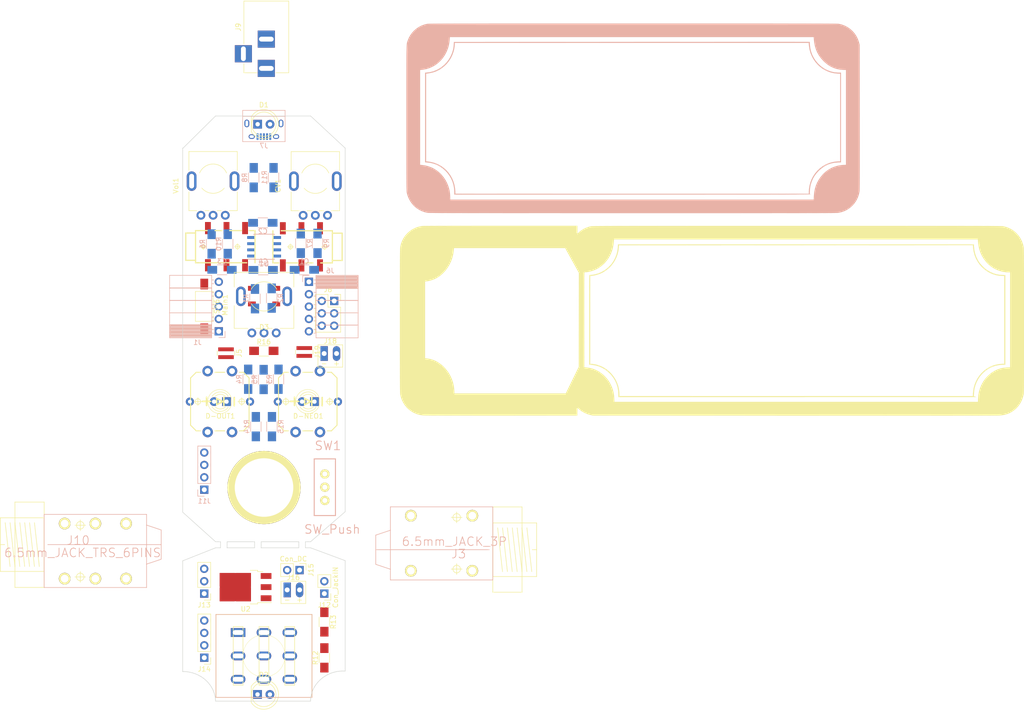
<source format=kicad_pcb>
(kicad_pcb (version 4) (host pcbnew 4.0.7-e0-6372~58~ubuntu16.04.1)
  (layers (0 F.Cu signal) (31 B.Cu signal) (34 B.Paste user) (35 F.Paste user) (36 B.SilkS user) (37 F.SilkS user) (38 B.Mask user) (39 F.Mask user) (44 Edge.Cuts user))
  (net 0 "")
  (net 1 VCC)
  (net 2 GND)
  (net 3 CV_OUT)
  (net 4 CV_IN)
  (net 5 Sound_OUT)
  (net 6 Sync_OUT)
  (net 7 "Net-(J5-Pad1)")
  (net 8 "Net-(D1-Pad1)")
  (net 9 "Net-(SW5-Pad3)")
  (net 10 "Net-(D-NEO1-Pad2)")
  (net 11 "Net-(D-OUT1-Pad2)")
  (net 12 "Net-(D2-Pad1)")
  (net 13 "Net-(R12-Pad1)")
  (net 14 "Net-(R13-Pad1)")
  (net 15 PB3)
  (net 16 Sound_IN)
  (net 17 PB0)
  (net 18 AudioProg)
  (net 19 But-L)
  (net 20 But-R)
  (net 21 PB4/A2)
  (net 22 PB2/A1)
  (net 23 PB1)
  (net 24 +BATT)
  (net 25 Jack_IN)
  (net 26 Stomp_to_PCB)
  (net 27 Stomp_from_PCB)
  (net 28 DC_in)
  (net 29 Jack_OUT)
  (net 30 Jack_Ring)
  (net 31 +3V3)
  (net 32 "Net-(CV1-Pad2)")
  (net 33 "Net-(Main1-Pad2)")
  (net 34 "Net-(Main1-Pad1)")
  (net 35 "Net-(D3-Pad4)")
  (module 8BitMixtape_Stomp:Socket_Strip_Straight_1x02_Pitch2.54mm (layer F.Cu) (at 84.582 136.652 180)
    (fp_text reference J12 (at 0 -2.33 180) (layer F.SilkS))
    (fp_text value Con_JackIN (at -2.286 1.27 270) (layer F.SilkS))
    (pad 1 thru_hole rect (at 0 0 180) (size 1.7 1.7) (drill 1) (layers *.Cu *.Mask) (net 2 GND))
    (pad 2 thru_hole oval (at 0 2.54 180) (size 1.7 1.7) (drill 1) (layers *.Cu *.Mask) (net 25 Jack_IN))
  )
  (module 8BitMixtape_Stomp:9V_BARREL_JACK (layer F.Cu) (at 72.6821 28.9362 270)
    (fp_text reference J9 (at -8.45 5.75 450) (layer F.SilkS))
    (fp_text value BARREL_JACK)
    (pad 1 thru_hole rect (at 0 0 270) (size 3.5 3.5) (drill oval 1 3) (layers *.Cu *.Mask) (net 28 DC_in))
    (pad 2 thru_hole rect (at -6 0 270) (size 3.5 3.5) (drill oval 1 3) (layers *.Cu *.Mask) (net 2 GND))
    (pad 3 thru_hole rect (at -3 4.7 270) (size 3.5 3.5) (drill oval 3 1) (layers *.Cu *.Mask) (net 24 +BATT))
  )
  (module 8BitMixtape_Stomp:AUDIO-6.5mm-JACK_Mono_switched (layer F.Cu) (at 119.126 127.6223 180)
    (fp_text reference J3 (at 6.985 -0.889 180) (layer B.SilkS) (effects (font (size 1.778 1.778) (thickness 0.1524))))
    (fp_text value 6.5mm_JACK_3P (at 7.874 1.651 180) (layer B.SilkS) (effects (font (size 1.778 1.778) (thickness 0.1524))))
    (pad 4 thru_hole circle (at 4.19862 6.94944 180) (size 2.39776 2.39776) (drill 1.59766) (layers *.Cu F.Paste F.SilkS F.Mask))
    (pad 3 thru_hole circle (at 4.19862 -4.34848 180) (size 2.39776 2.39776) (drill 1.59766) (layers *.Cu F.Paste F.SilkS F.Mask) (net 2 GND))
    (pad 2 thru_hole circle (at 16.79956 6.94944 180) (size 2.39776 2.39776) (drill 1.59766) (layers *.Cu F.Paste F.SilkS F.Mask))
    (pad 1 thru_hole circle (at 16.79956 -4.34848 180) (size 2.39776 2.39776) (drill 1.59766) (layers *.Cu F.Paste F.SilkS F.Mask) (net 25 Jack_IN))
  )
  (module 8BitMixtape_Stomp:AUDIO-6.5mm-JACK_Stereo_switched (layer F.Cu) (at 27.1272 126.6317)
    (fp_text reference J10 (at 6.985 -0.889) (layer B.SilkS) (effects (font (size 1.778 1.778) (thickness 0.1524))))
    (fp_text value 6.5mm_JACK_TRS_6PINS (at 7.874 1.651) (layer B.SilkS) (effects (font (size 1.778 1.778) (thickness 0.1524))))
    (pad 6 thru_hole circle (at 10.49782 6.94944) (size 2.39776 2.39776) (drill 1.59766) (layers *.Cu F.Paste F.SilkS F.Mask))
    (pad 3 thru_hole circle (at 10.49782 -4.34848) (size 2.39776 2.39776) (drill 1.59766) (layers *.Cu F.Paste F.SilkS F.Mask) (net 30 Jack_Ring))
    (pad 4 thru_hole circle (at 4.19862 6.94944) (size 2.39776 2.39776) (drill 1.59766) (layers *.Cu F.Paste F.SilkS F.Mask))
    (pad 1 thru_hole circle (at 4.19862 -4.34848) (size 2.39776 2.39776) (drill 1.59766) (layers *.Cu F.Paste F.SilkS F.Mask) (net 2 GND))
    (pad 5 thru_hole circle (at 16.79956 6.94944) (size 2.39776 2.39776) (drill 1.59766) (layers *.Cu F.Paste F.SilkS F.Mask))
    (pad 2 thru_hole circle (at 16.79956 -4.34848) (size 2.39776 2.39776) (drill 1.59766) (layers *.Cu F.Paste F.SilkS F.Mask) (net 29 Jack_OUT))
  )
  (module 8BitMixtape_Stomp:Socket_Strip_Straight_1x02_Pitch2.54mm (layer F.Cu) (at 79.502 131.826 270)
    (fp_text reference J15 (at 0 -2.33 270) (layer F.SilkS))
    (fp_text value Con_DC (at -2.286 1.27 360) (layer F.SilkS))
    (pad 1 thru_hole rect (at 0 0 270) (size 1.7 1.7) (drill 1) (layers *.Cu *.Mask) (net 2 GND))
    (pad 2 thru_hole oval (at 0 2.54 270) (size 1.7 1.7) (drill 1) (layers *.Cu *.Mask) (net 28 DC_in))
  )
  (module 8BitMixtape_Stomp:Socket_Strip_Straight_2x03_Pitch2.54mm (layer F.Cu) (at 86.6013 76.6318)
    (fp_text reference J8 (at -1.27 -2.33) (layer F.SilkS))
    (fp_text value CONN_02X03)
    (pad 1 thru_hole rect (at 0 0) (size 1.7 1.7) (drill 1) (layers *.Cu *.Mask))
    (pad 2 thru_hole oval (at -2.54 0) (size 1.7 1.7) (drill 1) (layers *.Cu *.Mask))
    (pad 3 thru_hole oval (at 0 2.54) (size 1.7 1.7) (drill 1) (layers *.Cu *.Mask))
    (pad 4 thru_hole oval (at -2.54 2.54) (size 1.7 1.7) (drill 1) (layers *.Cu *.Mask))
    (pad 5 thru_hole oval (at 0 5.08) (size 1.7 1.7) (drill 1) (layers *.Cu *.Mask))
    (pad 6 thru_hole oval (at -2.54 5.08) (size 1.7 1.7) (drill 1) (layers *.Cu *.Mask))
  )
  (module 8BitMixtape_Stomp:StompLoch (layer F.Cu) (at 72.2122 114.8969)
    (fp_text reference J17 (at 0 2.54) (layer F.SilkS))
    (fp_text value StompDrillHole)
    (pad 1 thru_hole circle (at 0 0) (size 15 15) (drill 12) (layers *.Cu *.Mask F.SilkS))
  )
  (module 8BitMixtape_Stomp:Socket_Strip_Straight_1x04_Pitch2.54mm (layer F.Cu) (at 59.9567 149.7965 180)
    (fp_text reference J14 (at 0 -2.33 180) (layer F.SilkS))
    (fp_text value CONN_01X04)
    (pad 1 thru_hole rect (at 0 0 180) (size 1.7 1.7) (drill 1) (layers *.Cu *.Mask) (net 2 GND))
    (pad 2 thru_hole oval (at 0 2.54 180) (size 1.7 1.7) (drill 1) (layers *.Cu *.Mask))
    (pad 3 thru_hole oval (at 0 5.08 180) (size 1.7 1.7) (drill 1) (layers *.Cu *.Mask) (net 26 Stomp_to_PCB))
    (pad 4 thru_hole oval (at 0 7.62 180) (size 1.7 1.7) (drill 1) (layers *.Cu *.Mask) (net 27 Stomp_from_PCB))
  )
  (module Socket_Strips:Socket_Strip_Straight_1x04_Pitch2.54mm (layer B.Cu) (at 59.9567 115.3414)
    (fp_text reference J11 (at 0 2.33) (layer B.SilkS) (effects (justify mirror)))
    (fp_text value CONN_01X04)
    (pad 1 thru_hole rect (at 0 0) (size 1.7 1.7) (drill 1) (layers *.Cu *.Mask) (net 2 GND))
    (pad 2 thru_hole oval (at 0 -2.54) (size 1.7 1.7) (drill 1) (layers *.Cu *.Mask) (net 1 VCC))
    (pad 3 thru_hole oval (at 0 -5.08) (size 1.7 1.7) (drill 1) (layers *.Cu *.Mask) (net 16 Sound_IN))
    (pad 4 thru_hole oval (at 0 -7.62) (size 1.7 1.7) (drill 1) (layers *.Cu *.Mask) (net 5 Sound_OUT))
  )
  (module 8BitMixtapes_all:TACTILE-PTH-LED-12MM (layer F.Cu) (at 63.14948 97.26676 90)
    (fp_text reference SW3)
    (fp_text value SW_Push)
    (fp_text user + (at 0.04318 -2.87782 90) (layer F.SilkS) (effects (font (size 2.18186 2.18186) (thickness 0.3302))))
    (fp_text user - (at -0.00762 2.79908 90) (layer F.SilkS) (effects (font (size 2.18186 2.18186) (thickness 0.3302))))
    (fp_text user - (at 0.04318 0.66548 90) (layer F.SilkS) (effects (font (size 2.18186 2.18186) (thickness 0.3302))))
    (pad 1 thru_hole circle (at -6.2484 -2.49936 90) (size 2.159 2.159) (drill 1.19888) (layers *.Cu *.Mask) (net 20 But-R))
    (pad 1 thru_hole circle (at 6.2484 -2.49936 90) (size 2.159 2.159) (drill 1.19888) (layers *.Cu *.Mask) (net 20 But-R))
    (pad 2 thru_hole circle (at -6.2484 2.49936 90) (size 2.159 2.159) (drill 1.19888) (layers *.Cu *.Mask) (net 2 GND))
    (pad 2 thru_hole circle (at 6.2484 2.49936 90) (size 2.159 2.159) (drill 1.19888) (layers *.Cu *.Mask) (net 2 GND))
    (pad A thru_hole circle (at -0.01524 -6.13918 90) (size 1.6764 1.6764) (drill 0.79756) (layers *.Cu *.Mask))
    (pad C thru_hole circle (at -0.01524 6.19252 90) (size 1.6764 1.6764) (drill 0.79756) (layers *.Cu *.Mask))
  )
  (module 8BitMixtapes_all:TACTILE-PTH-LED-12MM (layer F.Cu) (at 81.18348 97.26676 90)
    (fp_text reference SW2)
    (fp_text value SW_Push)
    (fp_text user + (at 0.04318 -2.87782 90) (layer F.SilkS) (effects (font (size 2.18186 2.18186) (thickness 0.3302))))
    (fp_text user - (at -0.00762 2.79908 90) (layer F.SilkS) (effects (font (size 2.18186 2.18186) (thickness 0.3302))))
    (fp_text user - (at 0.04318 0.66548 90) (layer F.SilkS) (effects (font (size 2.18186 2.18186) (thickness 0.3302))))
    (pad 1 thru_hole circle (at -6.2484 -2.49936 90) (size 2.159 2.159) (drill 1.19888) (layers *.Cu *.Mask) (net 19 But-L))
    (pad 1 thru_hole circle (at 6.2484 -2.49936 90) (size 2.159 2.159) (drill 1.19888) (layers *.Cu *.Mask) (net 19 But-L))
    (pad 2 thru_hole circle (at -6.2484 2.49936 90) (size 2.159 2.159) (drill 1.19888) (layers *.Cu *.Mask) (net 2 GND))
    (pad 2 thru_hole circle (at 6.2484 2.49936 90) (size 2.159 2.159) (drill 1.19888) (layers *.Cu *.Mask) (net 2 GND))
    (pad A thru_hole circle (at -0.01524 -6.13918 90) (size 1.6764 1.6764) (drill 0.79756) (layers *.Cu *.Mask))
    (pad C thru_hole circle (at -0.01524 6.19252 90) (size 1.6764 1.6764) (drill 0.79756) (layers *.Cu *.Mask))
  )
  (module Resistors_SMD:R_0612 (layer F.Cu) (at 64.4144 87.3507 270)
    (fp_text reference J5 (at 0 -2.7 270) (layer F.SilkS))
    (fp_text value CONN_01X02_MALE)
    (pad 1 smd rect (at -0.8 0 270) (size 0.8 3.2) (layers F.Cu F.Paste F.Mask) (net 7 "Net-(J5-Pad1)"))
    (pad 2 smd rect (at 0.8 0 270) (size 0.8 3.2) (layers F.Cu F.Paste F.Mask) (net 6 Sync_OUT))
  )
  (module LEDs:LED_D3.0mm (layer F.Cu) (at 64.516 97.282 180)
    (fp_text reference D-OUT1 (at 1.27 -2.96 180) (layer F.SilkS))
    (fp_text value LED)
    (pad 1 thru_hole rect (at 0 0 180) (size 1.8 1.8) (drill 0.9) (layers *.Cu *.Mask) (net 2 GND))
    (pad 2 thru_hole circle (at 2.54 0 180) (size 1.8 1.8) (drill 0.9) (layers *.Cu *.Mask) (net 11 "Net-(D-OUT1-Pad2)"))
  )
  (module LEDs:LED_D3.0mm (layer F.Cu) (at 82.55 97.282 180)
    (fp_text reference D-NEO1 (at 1.27 -2.96 180) (layer F.SilkS))
    (fp_text value LED)
    (pad 1 thru_hole rect (at 0 0 180) (size 1.8 1.8) (drill 0.9) (layers *.Cu *.Mask) (net 2 GND))
    (pad 2 thru_hole circle (at 2.54 0 180) (size 1.8 1.8) (drill 0.9) (layers *.Cu *.Mask) (net 10 "Net-(D-NEO1-Pad2)"))
  )
  (module Buttons_Switches_SMD:SW_SPST_FSMSM (layer F.Cu) (at 59.9567 77.7494 270)
    (fp_text reference SW6 (at 0 -2.6 270) (layer F.SilkS))
    (fp_text value SW_Push)
    (pad 1 smd rect (at -4.59 0 270) (size 2.18 1.6) (layers F.Cu F.Paste F.Mask) (net 7 "Net-(J5-Pad1)"))
    (pad 2 smd rect (at 4.59 0 270) (size 2.18 1.6) (layers F.Cu F.Paste F.Mask) (net 2 GND))
  )
  (module Resistors_SMD:R_1206_HandSoldering (layer B.Cu) (at 74.168 51.34 270)
    (fp_text reference R11 (at 0 1.85 270) (layer B.SilkS) (effects (justify mirror)))
    (fp_text value 1K)
    (pad 1 smd rect (at -2 0 270) (size 2 1.7) (layers B.Cu B.Paste B.Mask) (net 8 "Net-(D1-Pad1)"))
    (pad 2 smd rect (at 2 0 270) (size 2 1.7) (layers B.Cu B.Paste B.Mask) (net 2 GND))
  )
  (module LEDs:LED_D5.0mm (layer F.Cu) (at 70.9041 40.386)
    (fp_text reference D1 (at 1.27 -3.96) (layer F.SilkS))
    (fp_text value LED)
    (pad 1 thru_hole rect (at 0 0) (size 1.8 1.8) (drill 0.9) (layers *.Cu *.Mask) (net 8 "Net-(D1-Pad1)"))
    (pad 2 thru_hole circle (at 2.54 0) (size 1.8 1.8) (drill 0.9) (layers *.Cu *.Mask) (net 1 VCC))
  )
  (module TO_SOT_Packages_SMD:TO-252-3_TabPin2 (layer F.Cu) (at 68.4335 135.3175 180)
    (fp_text reference U2 (at 0 -4.5 180) (layer F.SilkS))
    (fp_text value 7805)
    (pad 1 smd rect (at -4.2 -2.28 180) (size 2.2 1.2) (layers F.Cu F.Paste F.Mask))
    (pad 2 smd rect (at -4.2 0 180) (size 2.2 1.2) (layers F.Cu F.Paste F.Mask))
    (pad 3 smd rect (at -4.2 2.28 180) (size 2.2 1.2) (layers F.Cu F.Paste F.Mask))
    (pad 2 smd rect (at 2.1 0 180) (size 6.4 5.8) (layers F.Cu F.Mask))
    (pad 2 smd rect (at 3.775 1.525 180) (size 3.05 2.75) (layers F.Cu F.Paste))
    (pad 2 smd rect (at 0.425 -1.525 180) (size 3.05 2.75) (layers F.Cu F.Paste))
    (pad 2 smd rect (at 3.775 -1.525 180) (size 3.05 2.75) (layers F.Cu F.Paste))
    (pad 2 smd rect (at 0.425 1.525 180) (size 3.05 2.75) (layers F.Cu F.Paste))
  )
  (module Connectors:USB_Micro-B (layer B.Cu) (at 72.185 41.576)
    (fp_text reference J7 (at 0 3.24) (layer B.SilkS) (effects (justify mirror)))
    (fp_text value USB_OTG)
    (pad 1 smd rect (at -1.3 1.35 270) (size 1.35 0.4) (layers B.Cu B.Paste B.Mask) (net 1 VCC))
    (pad 2 smd rect (at -0.65 1.35 270) (size 1.35 0.4) (layers B.Cu B.Paste B.Mask))
    (pad 3 smd rect (at 0 1.35 270) (size 1.35 0.4) (layers B.Cu B.Paste B.Mask))
    (pad 4 smd rect (at 0.65 1.35 270) (size 1.35 0.4) (layers B.Cu B.Paste B.Mask))
    (pad 5 smd rect (at 1.3 1.35 270) (size 1.35 0.4) (layers B.Cu B.Paste B.Mask) (net 2 GND))
    (pad 6 thru_hole oval (at -2.5 1.35 270) (size 0.95 1.25) (drill oval 0.55 0.85) (layers *.Cu *.Mask) (net 2 GND))
    (pad 6 thru_hole oval (at 2.5 1.35 270) (size 0.95 1.25) (drill oval 0.55 0.85) (layers *.Cu *.Mask) (net 2 GND))
    (pad 6 thru_hole oval (at -3.5 -1.35 270) (size 1.55 1) (drill oval 1.15 0.5) (layers *.Cu *.Mask) (net 2 GND))
    (pad 6 thru_hole oval (at 3.5 -1.35 270) (size 1.55 1) (drill oval 1.15 0.5) (layers *.Cu *.Mask) (net 2 GND))
  )
  (module Resistors_SMD:R_1206_HandSoldering (layer B.Cu) (at 73.8378 102.4067 90)
    (fp_text reference R15 (at 0 1.85 90) (layer B.SilkS) (effects (justify mirror)))
    (fp_text value 1K)
    (pad 1 smd rect (at -2 0 90) (size 2 1.7) (layers B.Cu B.Paste B.Mask) (net 10 "Net-(D-NEO1-Pad2)"))
    (pad 2 smd rect (at 2 0 90) (size 2 1.7) (layers B.Cu B.Paste B.Mask) (net 17 PB0))
  )
  (module Resistors_SMD:R_1206_HandSoldering (layer B.Cu) (at 70.5358 102.4067 270)
    (fp_text reference R14 (at 0 1.85 270) (layer B.SilkS) (effects (justify mirror)))
    (fp_text value 1K)
    (pad 1 smd rect (at -2 0 270) (size 2 1.7) (layers B.Cu B.Paste B.Mask) (net 23 PB1))
    (pad 2 smd rect (at 2 0 270) (size 2 1.7) (layers B.Cu B.Paste B.Mask) (net 11 "Net-(D-OUT1-Pad2)"))
  )
  (module Resistors_SMD:R_1206_HandSoldering (layer F.Cu) (at 84.582 142.462 270)
    (fp_text reference R13 (at 0 -1.85 270) (layer F.SilkS))
    (fp_text value 330)
    (pad 1 smd rect (at -2 0 270) (size 2 1.7) (layers F.Cu F.Paste F.Mask) (net 14 "Net-(R13-Pad1)"))
    (pad 2 smd rect (at 2 0 270) (size 2 1.7) (layers F.Cu F.Paste F.Mask) (net 2 GND))
  )
  (module Resistors_SMD:R_1206_HandSoldering (layer F.Cu) (at 84.582 149.828 90)
    (fp_text reference R12 (at 0 -1.85 90) (layer F.SilkS))
    (fp_text value 4.7K)
    (pad 1 smd rect (at -2 0 90) (size 2 1.7) (layers F.Cu F.Paste F.Mask) (net 13 "Net-(R12-Pad1)"))
    (pad 2 smd rect (at 2 0 90) (size 2 1.7) (layers F.Cu F.Paste F.Mask) (net 2 GND))
  )
  (module Socket_Strips:Socket_Strip_Angled_1x05_Pitch2.54mm (layer B.Cu) (at 81.4197 72.7075 180)
    (fp_text reference J6 (at -4.38 2.27 180) (layer B.SilkS) (effects (justify mirror)))
    (fp_text value CONN_01X05)
    (pad 1 thru_hole rect (at 0 0 180) (size 1.7 1.7) (drill 1) (layers *.Cu *.Mask))
    (pad 2 thru_hole oval (at 0 -2.54 180) (size 1.7 1.7) (drill 1) (layers *.Cu *.Mask))
    (pad 3 thru_hole oval (at 0 -5.08 180) (size 1.7 1.7) (drill 1) (layers *.Cu *.Mask))
    (pad 4 thru_hole oval (at 0 -7.62 180) (size 1.7 1.7) (drill 1) (layers *.Cu *.Mask))
    (pad 5 thru_hole oval (at 0 -10.16 180) (size 1.7 1.7) (drill 1) (layers *.Cu *.Mask))
  )
  (module Socket_Strips:Socket_Strip_Angled_1x05_Pitch2.54mm (layer B.Cu) (at 62.9412 82.8675)
    (fp_text reference J1 (at -4.38 2.27) (layer B.SilkS) (effects (justify mirror)))
    (fp_text value CONN_01X05)
    (pad 1 thru_hole rect (at 0 0) (size 1.7 1.7) (drill 1) (layers *.Cu *.Mask) (net 2 GND))
    (pad 2 thru_hole oval (at 0 -2.54) (size 1.7 1.7) (drill 1) (layers *.Cu *.Mask) (net 1 VCC))
    (pad 3 thru_hole oval (at 0 -5.08) (size 1.7 1.7) (drill 1) (layers *.Cu *.Mask) (net 4 CV_IN))
    (pad 4 thru_hole oval (at 0 -7.62) (size 1.7 1.7) (drill 1) (layers *.Cu *.Mask))
    (pad 5 thru_hole oval (at 0 -10.16) (size 1.7 1.7) (drill 1) (layers *.Cu *.Mask))
  )
  (module LEDs:LED_D5.0mm_FlatTop (layer F.Cu) (at 70.8787 157.3276)
    (fp_text reference D2 (at 1.27 -4.01) (layer F.SilkS))
    (fp_text value LED)
    (pad 1 thru_hole rect (at 0 0) (size 1.8 1.8) (drill 0.9) (layers *.Cu *.Mask) (net 12 "Net-(D2-Pad1)"))
    (pad 2 thru_hole circle (at 2.54 0) (size 1.8 1.8) (drill 0.9) (layers *.Cu *.Mask) (net 1 VCC))
  )
  (module 8BitMixtapes_all:AUDIO-JACK-TRS-SMD (layer F.Cu) (at 58.166 65.4987)
    (fp_text reference J4)
    (fp_text value JACK_TRS_6PINS)
    (pad 1 smd rect (at 2.54 -3.81) (size 1.19888 2.49936) (layers F.Cu F.Paste F.Mask) (net 2 GND))
    (pad 3 smd rect (at 6.35 -3.81) (size 1.19888 2.49936) (layers F.Cu F.Paste F.Mask) (net 6 Sync_OUT))
    (pad 2 smd rect (at 10.16 -3.81) (size 1.19888 2.49936) (layers F.Cu F.Paste F.Mask) (net 5 Sound_OUT))
    (pad R smd rect (at 6.35 3.81) (size 1.19888 2.49936) (layers F.Cu F.Paste F.Mask))
    (pad S smd rect (at 2.54 3.81) (size 1.19888 2.49936) (layers F.Cu F.Paste F.Mask))
    (pad T smd rect (at 10.16 3.81) (size 1.19888 2.49936) (layers F.Cu F.Paste F.Mask))
  )
  (module 8BitMixtapes_all:AUDIO-JACK-TRS-SMD (layer F.Cu) (at 86.233 65.532 180)
    (fp_text reference J2)
    (fp_text value JACK_TRS_6PINS)
    (pad 1 smd rect (at 2.54 -3.81 180) (size 1.19888 2.49936) (layers F.Cu F.Paste F.Mask) (net 2 GND))
    (pad 3 smd rect (at 6.35 -3.81 180) (size 1.19888 2.49936) (layers F.Cu F.Paste F.Mask) (net 18 AudioProg))
    (pad 2 smd rect (at 10.16 -3.81 180) (size 1.19888 2.49936) (layers F.Cu F.Paste F.Mask) (net 4 CV_IN))
    (pad R smd rect (at 6.35 3.81 180) (size 1.19888 2.49936) (layers F.Cu F.Paste F.Mask))
    (pad S smd rect (at 2.54 3.81 180) (size 1.19888 2.49936) (layers F.Cu F.Paste F.Mask))
    (pad T smd rect (at 10.16 3.81 180) (size 1.19888 2.49936) (layers F.Cu F.Paste F.Mask))
  )
  (module Housings_SOIC:SOIC-8_3.9x4.9mm_Pitch1.27mm (layer B.Cu) (at 72.23 65.5207)
    (fp_text reference U1 (at 0 3.5) (layer B.SilkS) (effects (justify mirror)))
    (fp_text value ATTINY85-20SU)
    (pad 1 smd rect (at -2.7 1.905) (size 1.55 0.6) (layers B.Cu B.Paste B.Mask) (net 7 "Net-(J5-Pad1)"))
    (pad 2 smd rect (at -2.7 0.635) (size 1.55 0.6) (layers B.Cu B.Paste B.Mask) (net 15 PB3))
    (pad 3 smd rect (at -2.7 -0.635) (size 1.55 0.6) (layers B.Cu B.Paste B.Mask) (net 21 PB4/A2))
    (pad 4 smd rect (at -2.7 -1.905) (size 1.55 0.6) (layers B.Cu B.Paste B.Mask) (net 2 GND))
    (pad 5 smd rect (at 2.7 -1.905) (size 1.55 0.6) (layers B.Cu B.Paste B.Mask) (net 17 PB0))
    (pad 6 smd rect (at 2.7 -0.635) (size 1.55 0.6) (layers B.Cu B.Paste B.Mask) (net 23 PB1))
    (pad 7 smd rect (at 2.7 0.635) (size 1.55 0.6) (layers B.Cu B.Paste B.Mask) (net 22 PB2/A1))
    (pad 8 smd rect (at 2.7 1.905) (size 1.55 0.6) (layers B.Cu B.Paste B.Mask) (net 1 VCC))
  )
  (module Resistors_SMD:R_1206_HandSoldering (layer B.Cu) (at 64.77 64.9417 270)
    (fp_text reference R10 (at 0 1.85 270) (layer B.SilkS) (effects (justify mirror)))
    (fp_text value 4.7K)
    (pad 1 smd rect (at -2 0 270) (size 2 1.7) (layers B.Cu B.Paste B.Mask) (net 1 VCC))
    (pad 2 smd rect (at 2 0 270) (size 2 1.7) (layers B.Cu B.Paste B.Mask) (net 34 "Net-(Main1-Pad1)"))
  )
  (module Resistors_SMD:R_1206_HandSoldering (layer B.Cu) (at 83.185 64.8147 90)
    (fp_text reference R9 (at 0 1.85 90) (layer B.SilkS) (effects (justify mirror)))
    (fp_text value 4.7K)
    (pad 1 smd rect (at -2 0 90) (size 2 1.7) (layers B.Cu B.Paste B.Mask) (net 1 VCC))
    (pad 2 smd rect (at 2 0 90) (size 2 1.7) (layers B.Cu B.Paste B.Mask) (net 16 Sound_IN))
  )
  (module Resistors_SMD:R_1206_HandSoldering (layer B.Cu) (at 70.104 51.34 270)
    (fp_text reference R8 (at 0 1.85 270) (layer B.SilkS) (effects (justify mirror)))
    (fp_text value 330)
    (pad 1 smd rect (at -2 0 270) (size 2 1.7) (layers B.Cu B.Paste B.Mask) (net 3 CV_OUT))
    (pad 2 smd rect (at 2 0 270) (size 2 1.7) (layers B.Cu B.Paste B.Mask) (net 23 PB1))
  )
  (module Resistors_SMD:R_1206_HandSoldering (layer B.Cu) (at 79.756 64.8147 90)
    (fp_text reference R7 (at 0 1.85 90) (layer B.SilkS) (effects (justify mirror)))
    (fp_text value 22K)
    (pad 1 smd rect (at -2 0 90) (size 2 1.7) (layers B.Cu B.Paste B.Mask) (net 22 PB2/A1))
    (pad 2 smd rect (at 2 0 90) (size 2 1.7) (layers B.Cu B.Paste B.Mask) (net 32 "Net-(CV1-Pad2)"))
  )
  (module Resistors_SMD:R_1206_HandSoldering (layer B.Cu) (at 61.468 64.9417 270)
    (fp_text reference R6 (at 0 1.85 270) (layer B.SilkS) (effects (justify mirror)))
    (fp_text value 22K)
    (pad 1 smd rect (at -2 0 270) (size 2 1.7) (layers B.Cu B.Paste B.Mask) (net 21 PB4/A2))
    (pad 2 smd rect (at 2 0 270) (size 2 1.7) (layers B.Cu B.Paste B.Mask) (net 33 "Net-(Main1-Pad2)"))
  )
  (module Resistors_SMD:R_1206_HandSoldering (layer B.Cu) (at 72.136 92.742 270)
    (fp_text reference R5 (at 0 1.85 270) (layer B.SilkS) (effects (justify mirror)))
    (fp_text value 22k)
    (pad 1 smd rect (at -2 0 270) (size 2 1.7) (layers B.Cu B.Paste B.Mask) (net 15 PB3))
    (pad 2 smd rect (at 2 0 270) (size 2 1.7) (layers B.Cu B.Paste B.Mask) (net 20 But-R))
  )
  (module Resistors_SMD:R_1206_HandSoldering (layer B.Cu) (at 68.961 92.6907 270)
    (fp_text reference R4 (at 0 1.85 270) (layer B.SilkS) (effects (justify mirror)))
    (fp_text value 22k)
    (pad 1 smd rect (at -2 0 270) (size 2 1.7) (layers B.Cu B.Paste B.Mask) (net 15 PB3))
    (pad 2 smd rect (at 2 0 270) (size 2 1.7) (layers B.Cu B.Paste B.Mask) (net 20 But-R))
  )
  (module Resistors_SMD:R_1206_HandSoldering (layer B.Cu) (at 75.184 92.6907 270)
    (fp_text reference R3 (at 0 1.85 270) (layer B.SilkS) (effects (justify mirror)))
    (fp_text value 22k)
    (pad 1 smd rect (at -2 0 270) (size 2 1.7) (layers B.Cu B.Paste B.Mask) (net 15 PB3))
    (pad 2 smd rect (at 2 0 270) (size 2 1.7) (layers B.Cu B.Paste B.Mask) (net 19 But-L))
  )
  (module Resistors_SMD:R_1206_HandSoldering (layer B.Cu) (at 73.787 76.0537 90)
    (fp_text reference R2 (at 0 1.85 90) (layer B.SilkS) (effects (justify mirror)))
    (fp_text value 22k)
    (pad 1 smd rect (at -2 0 90) (size 2 1.7) (layers B.Cu B.Paste B.Mask) (net 15 PB3))
    (pad 2 smd rect (at 2 0 90) (size 2 1.7) (layers B.Cu B.Paste B.Mask) (net 2 GND))
  )
  (module Resistors_SMD:R_1206_HandSoldering (layer B.Cu) (at 70.358 76.1807 270)
    (fp_text reference R1 (at 0 1.85 270) (layer B.SilkS) (effects (justify mirror)))
    (fp_text value 22k)
    (pad 1 smd rect (at -2 0 270) (size 2 1.7) (layers B.Cu B.Paste B.Mask) (net 1 VCC))
    (pad 2 smd rect (at 2 0 270) (size 2 1.7) (layers B.Cu B.Paste B.Mask) (net 15 PB3))
  )
  (module Capacitors_SMD:C_1206_HandSoldering (layer B.Cu) (at 72.039 70.2557 180)
    (fp_text reference C4 (at 0 1.75 180) (layer B.SilkS) (effects (justify mirror)))
    (fp_text value 10uF)
    (pad 1 smd rect (at -2 0 180) (size 2 1.6) (layers B.Cu B.Paste B.Mask) (net 1 VCC))
    (pad 2 smd rect (at 2 0 180) (size 2 1.6) (layers B.Cu B.Paste B.Mask) (net 2 GND))
  )
  (module Capacitors_SMD:C_1206_HandSoldering (layer B.Cu) (at 63.595 70.2437 180)
    (fp_text reference C3 (at 0 1.75 180) (layer B.SilkS) (effects (justify mirror)))
    (fp_text value 100nF)
    (pad 1 smd rect (at -2 0 180) (size 2 1.6) (layers B.Cu B.Paste B.Mask) (net 3 CV_OUT))
    (pad 2 smd rect (at 2 0 180) (size 2 1.6) (layers B.Cu B.Paste B.Mask) (net 2 GND))
  )
  (module Capacitors_SMD:C_1206_HandSoldering (layer B.Cu) (at 71.969 60.6057)
    (fp_text reference C2 (at 0 1.75) (layer B.SilkS) (effects (justify mirror)))
    (fp_text value 100nF)
    (pad 1 smd rect (at -2 0) (size 2 1.6) (layers B.Cu B.Paste B.Mask) (net 1 VCC))
    (pad 2 smd rect (at 2 0) (size 2 1.6) (layers B.Cu B.Paste B.Mask) (net 2 GND))
  )
  (module Capacitors_SMD:C_1206_HandSoldering (layer B.Cu) (at 80.486 70.2437 180)
    (fp_text reference C1 (at 0 1.75 180) (layer B.SilkS) (effects (justify mirror)))
    (fp_text value 100nF)
    (pad 1 smd rect (at -2 0 180) (size 2 1.6) (layers B.Cu B.Paste B.Mask) (net 18 AudioProg))
    (pad 2 smd rect (at 2 0 180) (size 2 1.6) (layers B.Cu B.Paste B.Mask) (net 15 PB3))
  )
  (module 8BitMixtapes_all:STOMP-SWITCH-3PDT (layer F.Cu) (at 72.19696 149.4282)
    (fp_text reference SW5)
    (fp_text value SW_3PDT)
    (pad 1 thru_hole rect (at -5.29844 -4.79806 90) (size 1.8 3) (drill oval 1 2.2) (layers *.Cu *.Mask) (net 26 Stomp_to_PCB))
    (pad 2 thru_hole oval (at -5.29844 0 90) (size 1.8 3) (drill oval 1 2.2) (layers *.Cu *.Mask) (net 25 Jack_IN))
    (pad 3 thru_hole oval (at -5.29844 4.79806 90) (size 1.8 3) (drill oval 1 2.2) (layers *.Cu *.Mask) (net 9 "Net-(SW5-Pad3)"))
    (pad 4 thru_hole oval (at 0 -4.79806 90) (size 1.8 3) (drill oval 1 2.2) (layers *.Cu *.Mask) (net 14 "Net-(R13-Pad1)"))
    (pad 5 thru_hole oval (at 0 0 90) (size 1.8 3) (drill oval 1 2.2) (layers *.Cu *.Mask) (net 12 "Net-(D2-Pad1)"))
    (pad 6 thru_hole oval (at 0 4.79806 90) (size 1.8 3) (drill oval 1 2.2) (layers *.Cu *.Mask) (net 13 "Net-(R12-Pad1)"))
    (pad 7 thru_hole oval (at 5.29844 -4.79806 90) (size 1.8 3) (drill oval 1 2.2) (layers *.Cu *.Mask) (net 27 Stomp_from_PCB))
    (pad 8 thru_hole oval (at 5.29844 0 90) (size 1.8 3) (drill oval 1 2.2) (layers *.Cu *.Mask) (net 29 Jack_OUT))
    (pad 9 thru_hole oval (at 5.29844 4.79806 90) (size 1.8 3) (drill oval 1 2.2) (layers *.Cu *.Mask) (net 9 "Net-(SW5-Pad3)"))
  )
  (module Socket_Strips:Socket_Strip_Straight_1x03_Pitch2.54mm (layer F.Cu) (at 59.944 136.652 180)
    (fp_text reference J13 (at 0 -2.33 180) (layer F.SilkS))
    (fp_text value Con_JackOUT)
    (pad 1 thru_hole rect (at 0 0 180) (size 1.7 1.7) (drill 1) (layers *.Cu *.Mask) (net 2 GND))
    (pad 2 thru_hole oval (at 0 2.54 180) (size 1.7 1.7) (drill 1) (layers *.Cu *.Mask) (net 29 Jack_OUT))
    (pad 3 thru_hole oval (at 0 5.08 180) (size 1.7 1.7) (drill 1) (layers *.Cu *.Mask) (net 30 Jack_Ring))
  )
  (module 8BitMixtape_Stomp:Bat_connector (layer F.Cu) (at 76.962 135.89)
    (fp_text reference J16 (at 1.27 -2.54) (layer F.SilkS))
    (fp_text value Con_BAT)
    (fp_text user + (at 2.54 2.032) (layer F.SilkS))
    (fp_text user - (at 0 2.032) (layer F.SilkS))
    (pad 1 thru_hole rect (at 0 0) (size 1.51 3.01) (drill 1) (layers *.Cu *.Mask) (net 30 Jack_Ring))
    (pad 2 thru_hole oval (at 2.54 0) (size 1.51 3.01) (drill 1) (layers *.Cu *.Mask) (net 24 +BATT))
  )
  (module 8BitMixtape_Stomp:Bat_connector (layer F.Cu) (at 84.5439 87.4141)
    (fp_text reference J18 (at 1.27 -2.54) (layer F.SilkS))
    (fp_text value Con_3-5V)
    (fp_text user + (at 2.54 2.032) (layer F.SilkS))
    (fp_text user - (at 0 2.032) (layer F.SilkS))
    (pad 1 thru_hole rect (at 0 0) (size 1.51 3.01) (drill 1) (layers *.Cu *.Mask) (net 2 GND))
    (pad 2 thru_hole oval (at 2.54 0) (size 1.51 3.01) (drill 1) (layers *.Cu *.Mask) (net 31 +3V3))
  )
  (module Resistors_SMD:R_0612 (layer F.Cu) (at 80.4672 87.0965 270)
    (fp_text reference J19 (at 0 -2.7 270) (layer F.SilkS))
    (fp_text value CONN_01X02_MALE)
    (pad 1 smd rect (at -0.8 0 270) (size 0.8 3.2) (layers F.Cu F.Paste F.Mask) (net 1 VCC))
    (pad 2 smd rect (at 0.8 0 270) (size 0.8 3.2) (layers F.Cu F.Paste F.Mask) (net 31 +3V3))
  )
  (module SparkFun-Electromechanical:SWITCH-SPDT_KIT (layer F.Cu) (at 84.6836 114.8334)
    (fp_text reference SW1 (at 0.635 -8.509) (layer B.SilkS) (effects (font (size 1.778 1.778) (thickness 0.1778))))
    (fp_text value SW_Push (at 1.524 8.636) (layer B.SilkS) (effects (font (size 1.778 1.778) (thickness 0.1778))))
    (pad 1 thru_hole circle (at 0 -2.7178) (size 1.8796 1.8796) (drill 1.016) (layers *.Cu F.Paste F.SilkS F.Mask) (net 31 +3V3))
    (pad 2 thru_hole circle (at 0 0) (size 1.8796 1.8796) (drill 1.016) (layers *.Cu F.Paste F.SilkS F.Mask) (net 1 VCC))
    (pad 3 thru_hole circle (at 0 2.7178) (size 1.8796 1.8796) (drill 1.016) (layers *.Cu F.Paste F.SilkS F.Mask))
  )
  (module 8BitMixtapes_all:Mixtape_Pot_Alps_RK09K_Horizontal (layer F.Cu) (at 85.2347 59.07 90)
    (fp_text reference CV1 (at 6.05 -10.15 90) (layer F.SilkS))
    (fp_text value "POT 10K lin")
    (pad 3 thru_hole circle (at 0 -5 90) (size 1.8 1.8) (drill 1) (layers *.Cu *.Mask) (net 2 GND))
    (pad 2 thru_hole circle (at 0 -2.5 90) (size 1.8 1.8) (drill 1) (layers *.Cu *.Mask) (net 32 "Net-(CV1-Pad2)"))
    (pad 1 thru_hole circle (at 0 0 90) (size 1.8 1.8) (drill 1) (layers *.Cu *.Mask) (net 16 Sound_IN))
    (pad "" np_thru_hole oval (at 7 -6.9 90) (size 4 2) (drill oval 3 1) (layers *.Cu *.Mask))
    (pad "" np_thru_hole oval (at 7 1.9 90) (size 4 2) (drill oval 3 1) (layers *.Cu *.Mask))
  )
  (module 8BitMixtape_Stomp:Mixtape_Pot_Alps_RK09L_Sleve_Single_Horizontal (layer F.Cu) (at 74.712 83.192 90)
    (fp_text reference Main1 (at 5.725 -10.5 90) (layer F.SilkS))
    (fp_text value "POT 10K lin Sleeve")
    (pad 3 thru_hole circle (at 0 -5 90) (size 1.8 1.8) (drill 1) (layers *.Cu *.Mask) (net 2 GND))
    (pad 2 thru_hole circle (at 0 -2.5 90) (size 1.8 1.8) (drill 1) (layers *.Cu *.Mask) (net 33 "Net-(Main1-Pad2)"))
    (pad 1 thru_hole circle (at 0 0 90) (size 1.8 1.8) (drill 1) (layers *.Cu *.Mask) (net 34 "Net-(Main1-Pad1)"))
    (pad "" np_thru_hole oval (at 7.5 -7.25 90) (size 4 2) (drill oval 3 1) (layers *.Cu *.Mask))
    (pad "" np_thru_hole oval (at 7.5 2.25 90) (size 4 2) (drill oval 3 1) (layers *.Cu *.Mask))
  )
  (module 8BitMixtapes_all:Mixtape_Pot_Alps_RK09K_Horizontal (layer F.Cu) (at 64.267 59.0573 90)
    (fp_text reference Vol1 (at 6.05 -10.15 90) (layer F.SilkS))
    (fp_text value "POT 10k")
    (pad 3 thru_hole circle (at 0 -5 90) (size 1.8 1.8) (drill 1) (layers *.Cu *.Mask) (net 2 GND))
    (pad 2 thru_hole circle (at 0 -2.5 90) (size 1.8 1.8) (drill 1) (layers *.Cu *.Mask) (net 5 Sound_OUT))
    (pad 1 thru_hole circle (at 0 0 90) (size 1.8 1.8) (drill 1) (layers *.Cu *.Mask) (net 3 CV_OUT))
    (pad "" np_thru_hole oval (at 7 -6.9 90) (size 4 2) (drill oval 3 1) (layers *.Cu *.Mask))
    (pad "" np_thru_hole oval (at 7 1.9 90) (size 4 2) (drill oval 3 1) (layers *.Cu *.Mask))
  )
  (module 8BitMixtapes_all:Mixtape_NEO_WS2812B (layer F.Cu) (at 72.223 75.641)
    (fp_text reference D3 (at 0 6.35) (layer F.SilkS))
    (fp_text value LED_NEO)
    (pad 3 smd rect (at 2.5 1.6) (size 1.6 1) (layers F.Cu F.Paste F.Mask) (net 2 GND))
    (pad 4 smd rect (at 2.5 -1.6) (size 1.6 1) (layers F.Cu F.Paste F.Mask) (net 35 "Net-(D3-Pad4)"))
    (pad 2 smd rect (at -2.5 1.6) (size 1.6 1) (layers F.Cu F.Paste F.Mask))
    (pad 1 smd rect (at -2.5 -1.6) (size 1.6 1) (layers F.Cu F.Paste F.Mask) (net 1 VCC))
  )
  (module Resistors_SMD:R_1206_HandSoldering (layer F.Cu) (at 72.168 86.868)
    (fp_text reference R16 (at 0 -1.85) (layer F.SilkS))
    (fp_text value 330)
    (pad 1 smd rect (at -2 0) (size 2 1.7) (layers F.Cu F.Paste F.Mask) (net 35 "Net-(D3-Pad4)"))
    (pad 2 smd rect (at 2 0) (size 2 1.7) (layers F.Cu F.Paste F.Mask) (net 17 PB0))
  )
  (module 8BitMixtape_Stomp:CaseDim (layer F.Cu) (at 101.346 58.674)
    (fp_text reference J20 hide)
    (fp_text value BoardDimension hide)
  )
  (module 8BitMixtape_Stomp:StompCase_Full (layer F.Cu) (at 164.338 35.814)
    (fp_text reference J21 hide)
    (fp_text value FullDimension hide)
  )
  (gr_line (start 55.530413 119.952907) (end 62.274534 126.017927) (layer Edge.Cuts) (width 0.1))
  (gr_line (start 87.088062 152.652604) (end 87.414935 152.598587) (layer Edge.Cuts) (width 0.1))
  (gr_line (start 55.530413 45.28804) (end 55.530413 119.952907) (layer Edge.Cuts) (width 0.1))
  (gr_line (start 61.933895 156.887603) (end 62.029255 157.176429) (layer Edge.Cuts) (width 0.1))
  (gr_line (start 55.530425 152.636235) (end 55.603187 152.632849) (layer Edge.Cuts) (width 0.1))
  (gr_line (start 62.267366 127.263673) (end 55.603173 129.903444) (layer Edge.Cuts) (width 0.1))
  (gr_line (start 71.623156 126.01806) (end 79.356156 126.01806) (layer Edge.Cuts) (width 0.1))
  (gr_line (start 88.083559 152.535172) (end 88.42531 152.527552) (layer Edge.Cuts) (width 0.1))
  (gr_line (start 63.284359 127.263673) (end 62.267366 127.263673) (layer Edge.Cuts) (width 0.1))
  (gr_line (start 61.824754 156.60538) (end 61.933895 156.887603) (layer Edge.Cuts) (width 0.1))
  (gr_line (start 88.846978 129.889629) (end 81.766069 127.263639) (layer Edge.Cuts) (width 0.1))
  (gr_line (start 62.257457 158.386344) (end 62.274559 158.700542) (layer Edge.Cuts) (width 0.1))
  (gr_line (start 60.690903 154.831557) (end 61.076202 155.298438) (layer Edge.Cuts) (width 0.1))
  (gr_line (start 84.199693 153.93474) (end 84.712321 153.580297) (layer Edge.Cuts) (width 0.1))
  (gr_line (start 56.273465 152.664175) (end 56.601989 152.702783) (layer Edge.Cuts) (width 0.1))
  (gr_line (start 56.601989 152.702783) (end 56.925 152.7557) (layer Edge.Cuts) (width 0.1))
  (gr_line (start 88.846967 45.278126) (end 81.766057 38.701024) (layer Edge.Cuts) (width 0.1))
  (gr_line (start 81.790882 158.068308) (end 81.835529 157.759077) (layer Edge.Cuts) (width 0.1))
  (gr_line (start 64.638707 127.263808) (end 64.638707 126.01806) (layer Edge.Cuts) (width 0.1))
  (gr_line (start 64.638707 127.263808) (end 64.638707 127.263808) (layer Edge.Cuts) (width 0.1))
  (gr_line (start 88.847543 152.546743) (end 88.847543 129.888501) (layer Edge.Cuts) (width 0.1))
  (gr_line (start 79.356156 127.263808) (end 71.623156 127.263808) (layer Edge.Cuts) (width 0.1))
  (gr_line (start 82.292489 156.294484) (end 82.426985 156.021096) (layer Edge.Cuts) (width 0.1))
  (gr_line (start 62.274559 158.700542) (end 81.750648 158.700542) (layer Edge.Cuts) (width 0.1))
  (gr_line (start 60.260404 154.402156) (end 60.690903 154.831557) (layer Edge.Cuts) (width 0.1))
  (gr_line (start 83.72675 154.33273) (end 84.199693 153.93474) (layer Edge.Cuts) (width 0.1))
  (gr_line (start 63.284359 126.017927) (end 63.284359 127.263673) (layer Edge.Cuts) (width 0.1))
  (gr_line (start 81.766057 38.701024) (end 62.267368 38.701024) (layer Edge.Cuts) (width 0.1))
  (gr_line (start 81.750634 126.017893) (end 88.847531 119.864125) (layer Edge.Cuts) (width 0.1))
  (gr_line (start 71.623156 127.263808) (end 71.623156 126.01806) (layer Edge.Cuts) (width 0.1))
  (gr_line (start 82.064835 156.862231) (end 82.171221 156.57507) (layer Edge.Cuts) (width 0.1))
  (gr_line (start 82.171221 156.57507) (end 82.292489 156.294484) (layer Edge.Cuts) (width 0.1))
  (gr_line (start 85.84121 153.012014) (end 86.143281 152.90175) (layer Edge.Cuts) (width 0.1))
  (gr_line (start 82.736766 155.496332) (end 82.91095 155.246085) (layer Edge.Cuts) (width 0.1))
  (gr_line (start 88.847531 45.276433) (end 88.846967 45.278126) (layer Edge.Cuts) (width 0.1))
  (gr_line (start 88.847543 129.888501) (end 88.846978 129.889629) (layer Edge.Cuts) (width 0.1))
  (gr_line (start 55.530411 129.899578) (end 55.530411 152.636094) (layer Edge.Cuts) (width 0.1))
  (gr_line (start 61.414648 155.798394) (end 61.564579 156.060212) (layer Edge.Cuts) (width 0.1))
  (gr_line (start 64.638707 126.01806) (end 70.26882 126.01806) (layer Edge.Cuts) (width 0.1))
  (gr_line (start 82.91095 155.246085) (end 83.295698 154.770936) (layer Edge.Cuts) (width 0.1))
  (gr_line (start 88.847531 119.864125) (end 88.847531 45.276433) (layer Edge.Cuts) (width 0.1))
  (gr_line (start 62.10918 157.471323) (end 62.174224 157.771184) (layer Edge.Cuts) (width 0.1))
  (gr_line (start 81.766069 127.263639) (end 80.710493 127.263639) (layer Edge.Cuts) (width 0.1))
  (gr_line (start 71.623156 127.263808) (end 71.623156 127.263808) (layer Edge.Cuts) (width 0.1))
  (gr_line (start 55.530411 152.636094) (end 55.530425 152.636235) (layer Edge.Cuts) (width 0.1))
  (gr_line (start 70.26882 127.263808) (end 64.638707 127.263808) (layer Edge.Cuts) (width 0.1))
  (gr_line (start 55.603176 45.291907) (end 55.530413 45.28804) (layer Edge.Cuts) (width 0.1))
  (gr_line (start 81.762219 158.382506) (end 81.790882 158.068308) (layer Edge.Cuts) (width 0.1))
  (gr_line (start 86.766701 152.721523) (end 87.088062 152.652604) (layer Edge.Cuts) (width 0.1))
  (gr_line (start 88.42531 152.527552) (end 88.847543 152.546743) (layer Edge.Cuts) (width 0.1))
  (gr_line (start 62.267368 38.701024) (end 55.603176 45.291907) (layer Edge.Cuts) (width 0.1))
  (gr_line (start 62.274534 126.017927) (end 63.284359 126.017927) (layer Edge.Cuts) (width 0.1))
  (gr_line (start 59.789116 154.011899) (end 60.260404 154.402156) (layer Edge.Cuts) (width 0.1))
  (gr_line (start 61.564579 156.060212) (end 61.701281 156.329226) (layer Edge.Cuts) (width 0.1))
  (gr_line (start 62.223833 158.076577) (end 62.257457 158.386344) (layer Edge.Cuts) (width 0.1))
  (gr_line (start 61.076202 155.298438) (end 61.414648 155.798394) (layer Edge.Cuts) (width 0.1))
  (gr_line (start 55.603187 152.632849) (end 55.94053 152.641033) (layer Edge.Cuts) (width 0.1))
  (gr_line (start 57.554489 152.904516) (end 58.159172 153.107377) (layer Edge.Cuts) (width 0.1))
  (gr_line (start 87.746766 152.559443) (end 88.083559 152.535172) (layer Edge.Cuts) (width 0.1))
  (gr_line (start 86.143281 152.90175) (end 86.451961 152.80475) (layer Edge.Cuts) (width 0.1))
  (gr_line (start 70.26882 126.01806) (end 70.26882 127.263808) (layer Edge.Cuts) (width 0.1))
  (gr_line (start 79.356156 126.01806) (end 79.356156 127.263808) (layer Edge.Cuts) (width 0.1))
  (gr_line (start 58.735191 153.361462) (end 59.279242 153.663552) (layer Edge.Cuts) (width 0.1))
  (gr_line (start 87.414935 152.598587) (end 87.746766 152.559443) (layer Edge.Cuts) (width 0.1))
  (gr_line (start 55.530425 152.636235) (end 55.530425 152.636235) (layer Edge.Cuts) (width 0.1))
  (gr_line (start 81.973336 157.155488) (end 82.064835 156.862231) (layer Edge.Cuts) (width 0.1))
  (gr_line (start 86.451961 152.80475) (end 86.766701 152.721523) (layer Edge.Cuts) (width 0.1))
  (gr_line (start 59.279242 153.663552) (end 59.789116 154.011899) (layer Edge.Cuts) (width 0.1))
  (gr_line (start 81.750648 158.700542) (end 81.762219 158.382506) (layer Edge.Cuts) (width 0.1))
  (gr_line (start 85.260781 153.27163) (end 85.84121 153.012014) (layer Edge.Cuts) (width 0.1))
  (gr_line (start 82.426985 156.021096) (end 82.575261 155.754847) (layer Edge.Cuts) (width 0.1))
  (gr_line (start 62.029255 157.176429) (end 62.10918 157.471323) (layer Edge.Cuts) (width 0.1))
  (gr_line (start 71.623156 127.263808) (end 71.623156 127.263808) (layer Edge.Cuts) (width 0.1))
  (gr_line (start 81.835529 157.759077) (end 81.896715 157.454248) (layer Edge.Cuts) (width 0.1))
  (gr_line (start 84.712321 153.580297) (end 85.260781 153.27163) (layer Edge.Cuts) (width 0.1))
  (gr_line (start 83.295698 154.770936) (end 83.72675 154.33273) (layer Edge.Cuts) (width 0.1))
  (gr_line (start 61.701281 156.329226) (end 61.824754 156.60538) (layer Edge.Cuts) (width 0.1))
  (gr_line (start 64.638707 127.263808) (end 64.638707 127.263808) (layer Edge.Cuts) (width 0.1))
  (gr_line (start 62.174224 157.771184) (end 62.223833 158.076577) (layer Edge.Cuts) (width 0.1))
  (gr_line (start 82.575261 155.754847) (end 82.736766 155.496332) (layer Edge.Cuts) (width 0.1))
  (gr_line (start 81.896715 157.454248) (end 81.973336 157.155488) (layer Edge.Cuts) (width 0.1))
  (gr_line (start 80.710493 126.017893) (end 81.750634 126.017893) (layer Edge.Cuts) (width 0.1))
  (gr_line (start 80.710493 127.263639) (end 80.710493 126.017893) (layer Edge.Cuts) (width 0.1))
  (gr_line (start 55.94053 152.641033) (end 56.273465 152.664175) (layer Edge.Cuts) (width 0.1))
  (gr_line (start 55.603173 129.903444) (end 55.530411 129.899578) (layer Edge.Cuts) (width 0.1))
  (gr_line (start 58.159172 153.107377) (end 58.735191 153.361462) (layer Edge.Cuts) (width 0.1))
  (gr_line (start 56.925 152.7557) (end 57.554489 152.904516) (layer Edge.Cuts) (width 0.1))
)
</source>
